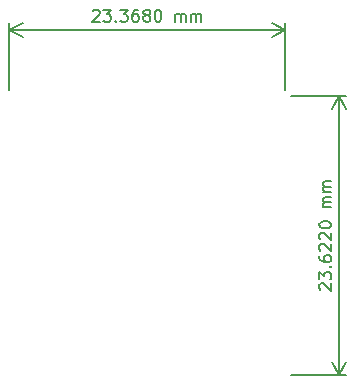
<source format=gbr>
%TF.GenerationSoftware,KiCad,Pcbnew,8.99.0-3258-g13625daeca*%
%TF.CreationDate,2025-03-11T23:12:25+01:00*%
%TF.ProjectId,anyesc,616e7965-7363-42e6-9b69-6361645f7063,V1.0*%
%TF.SameCoordinates,Original*%
%TF.FileFunction,Other,Comment*%
%FSLAX46Y46*%
G04 Gerber Fmt 4.6, Leading zero omitted, Abs format (unit mm)*
G04 Created by KiCad (PCBNEW 8.99.0-3258-g13625daeca) date 2025-03-11 23:12:25*
%MOMM*%
%LPD*%
G01*
G04 APERTURE LIST*
%ADD10C,0.150000*%
G04 APERTURE END LIST*
D10*
X125047953Y-92507058D02*
X125095572Y-92459439D01*
X125095572Y-92459439D02*
X125190810Y-92411820D01*
X125190810Y-92411820D02*
X125428905Y-92411820D01*
X125428905Y-92411820D02*
X125524143Y-92459439D01*
X125524143Y-92459439D02*
X125571762Y-92507058D01*
X125571762Y-92507058D02*
X125619381Y-92602296D01*
X125619381Y-92602296D02*
X125619381Y-92697534D01*
X125619381Y-92697534D02*
X125571762Y-92840391D01*
X125571762Y-92840391D02*
X125000334Y-93411820D01*
X125000334Y-93411820D02*
X125619381Y-93411820D01*
X125952715Y-92411820D02*
X126571762Y-92411820D01*
X126571762Y-92411820D02*
X126238429Y-92792772D01*
X126238429Y-92792772D02*
X126381286Y-92792772D01*
X126381286Y-92792772D02*
X126476524Y-92840391D01*
X126476524Y-92840391D02*
X126524143Y-92888010D01*
X126524143Y-92888010D02*
X126571762Y-92983248D01*
X126571762Y-92983248D02*
X126571762Y-93221343D01*
X126571762Y-93221343D02*
X126524143Y-93316581D01*
X126524143Y-93316581D02*
X126476524Y-93364201D01*
X126476524Y-93364201D02*
X126381286Y-93411820D01*
X126381286Y-93411820D02*
X126095572Y-93411820D01*
X126095572Y-93411820D02*
X126000334Y-93364201D01*
X126000334Y-93364201D02*
X125952715Y-93316581D01*
X127000334Y-93316581D02*
X127047953Y-93364201D01*
X127047953Y-93364201D02*
X127000334Y-93411820D01*
X127000334Y-93411820D02*
X126952715Y-93364201D01*
X126952715Y-93364201D02*
X127000334Y-93316581D01*
X127000334Y-93316581D02*
X127000334Y-93411820D01*
X127381286Y-92411820D02*
X128000333Y-92411820D01*
X128000333Y-92411820D02*
X127667000Y-92792772D01*
X127667000Y-92792772D02*
X127809857Y-92792772D01*
X127809857Y-92792772D02*
X127905095Y-92840391D01*
X127905095Y-92840391D02*
X127952714Y-92888010D01*
X127952714Y-92888010D02*
X128000333Y-92983248D01*
X128000333Y-92983248D02*
X128000333Y-93221343D01*
X128000333Y-93221343D02*
X127952714Y-93316581D01*
X127952714Y-93316581D02*
X127905095Y-93364201D01*
X127905095Y-93364201D02*
X127809857Y-93411820D01*
X127809857Y-93411820D02*
X127524143Y-93411820D01*
X127524143Y-93411820D02*
X127428905Y-93364201D01*
X127428905Y-93364201D02*
X127381286Y-93316581D01*
X128857476Y-92411820D02*
X128667000Y-92411820D01*
X128667000Y-92411820D02*
X128571762Y-92459439D01*
X128571762Y-92459439D02*
X128524143Y-92507058D01*
X128524143Y-92507058D02*
X128428905Y-92649915D01*
X128428905Y-92649915D02*
X128381286Y-92840391D01*
X128381286Y-92840391D02*
X128381286Y-93221343D01*
X128381286Y-93221343D02*
X128428905Y-93316581D01*
X128428905Y-93316581D02*
X128476524Y-93364201D01*
X128476524Y-93364201D02*
X128571762Y-93411820D01*
X128571762Y-93411820D02*
X128762238Y-93411820D01*
X128762238Y-93411820D02*
X128857476Y-93364201D01*
X128857476Y-93364201D02*
X128905095Y-93316581D01*
X128905095Y-93316581D02*
X128952714Y-93221343D01*
X128952714Y-93221343D02*
X128952714Y-92983248D01*
X128952714Y-92983248D02*
X128905095Y-92888010D01*
X128905095Y-92888010D02*
X128857476Y-92840391D01*
X128857476Y-92840391D02*
X128762238Y-92792772D01*
X128762238Y-92792772D02*
X128571762Y-92792772D01*
X128571762Y-92792772D02*
X128476524Y-92840391D01*
X128476524Y-92840391D02*
X128428905Y-92888010D01*
X128428905Y-92888010D02*
X128381286Y-92983248D01*
X129524143Y-92840391D02*
X129428905Y-92792772D01*
X129428905Y-92792772D02*
X129381286Y-92745153D01*
X129381286Y-92745153D02*
X129333667Y-92649915D01*
X129333667Y-92649915D02*
X129333667Y-92602296D01*
X129333667Y-92602296D02*
X129381286Y-92507058D01*
X129381286Y-92507058D02*
X129428905Y-92459439D01*
X129428905Y-92459439D02*
X129524143Y-92411820D01*
X129524143Y-92411820D02*
X129714619Y-92411820D01*
X129714619Y-92411820D02*
X129809857Y-92459439D01*
X129809857Y-92459439D02*
X129857476Y-92507058D01*
X129857476Y-92507058D02*
X129905095Y-92602296D01*
X129905095Y-92602296D02*
X129905095Y-92649915D01*
X129905095Y-92649915D02*
X129857476Y-92745153D01*
X129857476Y-92745153D02*
X129809857Y-92792772D01*
X129809857Y-92792772D02*
X129714619Y-92840391D01*
X129714619Y-92840391D02*
X129524143Y-92840391D01*
X129524143Y-92840391D02*
X129428905Y-92888010D01*
X129428905Y-92888010D02*
X129381286Y-92935629D01*
X129381286Y-92935629D02*
X129333667Y-93030867D01*
X129333667Y-93030867D02*
X129333667Y-93221343D01*
X129333667Y-93221343D02*
X129381286Y-93316581D01*
X129381286Y-93316581D02*
X129428905Y-93364201D01*
X129428905Y-93364201D02*
X129524143Y-93411820D01*
X129524143Y-93411820D02*
X129714619Y-93411820D01*
X129714619Y-93411820D02*
X129809857Y-93364201D01*
X129809857Y-93364201D02*
X129857476Y-93316581D01*
X129857476Y-93316581D02*
X129905095Y-93221343D01*
X129905095Y-93221343D02*
X129905095Y-93030867D01*
X129905095Y-93030867D02*
X129857476Y-92935629D01*
X129857476Y-92935629D02*
X129809857Y-92888010D01*
X129809857Y-92888010D02*
X129714619Y-92840391D01*
X130524143Y-92411820D02*
X130619381Y-92411820D01*
X130619381Y-92411820D02*
X130714619Y-92459439D01*
X130714619Y-92459439D02*
X130762238Y-92507058D01*
X130762238Y-92507058D02*
X130809857Y-92602296D01*
X130809857Y-92602296D02*
X130857476Y-92792772D01*
X130857476Y-92792772D02*
X130857476Y-93030867D01*
X130857476Y-93030867D02*
X130809857Y-93221343D01*
X130809857Y-93221343D02*
X130762238Y-93316581D01*
X130762238Y-93316581D02*
X130714619Y-93364201D01*
X130714619Y-93364201D02*
X130619381Y-93411820D01*
X130619381Y-93411820D02*
X130524143Y-93411820D01*
X130524143Y-93411820D02*
X130428905Y-93364201D01*
X130428905Y-93364201D02*
X130381286Y-93316581D01*
X130381286Y-93316581D02*
X130333667Y-93221343D01*
X130333667Y-93221343D02*
X130286048Y-93030867D01*
X130286048Y-93030867D02*
X130286048Y-92792772D01*
X130286048Y-92792772D02*
X130333667Y-92602296D01*
X130333667Y-92602296D02*
X130381286Y-92507058D01*
X130381286Y-92507058D02*
X130428905Y-92459439D01*
X130428905Y-92459439D02*
X130524143Y-92411820D01*
X132047953Y-93411820D02*
X132047953Y-92745153D01*
X132047953Y-92840391D02*
X132095572Y-92792772D01*
X132095572Y-92792772D02*
X132190810Y-92745153D01*
X132190810Y-92745153D02*
X132333667Y-92745153D01*
X132333667Y-92745153D02*
X132428905Y-92792772D01*
X132428905Y-92792772D02*
X132476524Y-92888010D01*
X132476524Y-92888010D02*
X132476524Y-93411820D01*
X132476524Y-92888010D02*
X132524143Y-92792772D01*
X132524143Y-92792772D02*
X132619381Y-92745153D01*
X132619381Y-92745153D02*
X132762238Y-92745153D01*
X132762238Y-92745153D02*
X132857477Y-92792772D01*
X132857477Y-92792772D02*
X132905096Y-92888010D01*
X132905096Y-92888010D02*
X132905096Y-93411820D01*
X133381286Y-93411820D02*
X133381286Y-92745153D01*
X133381286Y-92840391D02*
X133428905Y-92792772D01*
X133428905Y-92792772D02*
X133524143Y-92745153D01*
X133524143Y-92745153D02*
X133667000Y-92745153D01*
X133667000Y-92745153D02*
X133762238Y-92792772D01*
X133762238Y-92792772D02*
X133809857Y-92888010D01*
X133809857Y-92888010D02*
X133809857Y-93411820D01*
X133809857Y-92888010D02*
X133857476Y-92792772D01*
X133857476Y-92792772D02*
X133952714Y-92745153D01*
X133952714Y-92745153D02*
X134095571Y-92745153D01*
X134095571Y-92745153D02*
X134190810Y-92792772D01*
X134190810Y-92792772D02*
X134238429Y-92888010D01*
X134238429Y-92888010D02*
X134238429Y-93411820D01*
X141351000Y-99195000D02*
X141351000Y-93520581D01*
X117983000Y-99195000D02*
X117983000Y-93520581D01*
X141351000Y-94107001D02*
X117983000Y-94107001D01*
X141351000Y-94107001D02*
X117983000Y-94107001D01*
X141351000Y-94107001D02*
X140224496Y-94693422D01*
X141351000Y-94107001D02*
X140224496Y-93520580D01*
X117983000Y-94107001D02*
X119109504Y-93520580D01*
X117983000Y-94107001D02*
X119109504Y-94693422D01*
X141351000Y-94107001D02*
X117983000Y-94107001D01*
X141351000Y-94107001D02*
X117983000Y-94107001D01*
X141351000Y-94107001D02*
X140224496Y-94693422D01*
X141351000Y-94107001D02*
X140224496Y-93520580D01*
X117983000Y-94107001D02*
X119109504Y-93520580D01*
X117983000Y-94107001D02*
X119109504Y-94693422D01*
X144323057Y-116125046D02*
X144275438Y-116077427D01*
X144275438Y-116077427D02*
X144227819Y-115982189D01*
X144227819Y-115982189D02*
X144227819Y-115744094D01*
X144227819Y-115744094D02*
X144275438Y-115648856D01*
X144275438Y-115648856D02*
X144323057Y-115601237D01*
X144323057Y-115601237D02*
X144418295Y-115553618D01*
X144418295Y-115553618D02*
X144513533Y-115553618D01*
X144513533Y-115553618D02*
X144656390Y-115601237D01*
X144656390Y-115601237D02*
X145227819Y-116172665D01*
X145227819Y-116172665D02*
X145227819Y-115553618D01*
X144227819Y-115220284D02*
X144227819Y-114601237D01*
X144227819Y-114601237D02*
X144608771Y-114934570D01*
X144608771Y-114934570D02*
X144608771Y-114791713D01*
X144608771Y-114791713D02*
X144656390Y-114696475D01*
X144656390Y-114696475D02*
X144704009Y-114648856D01*
X144704009Y-114648856D02*
X144799247Y-114601237D01*
X144799247Y-114601237D02*
X145037342Y-114601237D01*
X145037342Y-114601237D02*
X145132580Y-114648856D01*
X145132580Y-114648856D02*
X145180200Y-114696475D01*
X145180200Y-114696475D02*
X145227819Y-114791713D01*
X145227819Y-114791713D02*
X145227819Y-115077427D01*
X145227819Y-115077427D02*
X145180200Y-115172665D01*
X145180200Y-115172665D02*
X145132580Y-115220284D01*
X145132580Y-114172665D02*
X145180200Y-114125046D01*
X145180200Y-114125046D02*
X145227819Y-114172665D01*
X145227819Y-114172665D02*
X145180200Y-114220284D01*
X145180200Y-114220284D02*
X145132580Y-114172665D01*
X145132580Y-114172665D02*
X145227819Y-114172665D01*
X144227819Y-113267904D02*
X144227819Y-113458380D01*
X144227819Y-113458380D02*
X144275438Y-113553618D01*
X144275438Y-113553618D02*
X144323057Y-113601237D01*
X144323057Y-113601237D02*
X144465914Y-113696475D01*
X144465914Y-113696475D02*
X144656390Y-113744094D01*
X144656390Y-113744094D02*
X145037342Y-113744094D01*
X145037342Y-113744094D02*
X145132580Y-113696475D01*
X145132580Y-113696475D02*
X145180200Y-113648856D01*
X145180200Y-113648856D02*
X145227819Y-113553618D01*
X145227819Y-113553618D02*
X145227819Y-113363142D01*
X145227819Y-113363142D02*
X145180200Y-113267904D01*
X145180200Y-113267904D02*
X145132580Y-113220285D01*
X145132580Y-113220285D02*
X145037342Y-113172666D01*
X145037342Y-113172666D02*
X144799247Y-113172666D01*
X144799247Y-113172666D02*
X144704009Y-113220285D01*
X144704009Y-113220285D02*
X144656390Y-113267904D01*
X144656390Y-113267904D02*
X144608771Y-113363142D01*
X144608771Y-113363142D02*
X144608771Y-113553618D01*
X144608771Y-113553618D02*
X144656390Y-113648856D01*
X144656390Y-113648856D02*
X144704009Y-113696475D01*
X144704009Y-113696475D02*
X144799247Y-113744094D01*
X144323057Y-112791713D02*
X144275438Y-112744094D01*
X144275438Y-112744094D02*
X144227819Y-112648856D01*
X144227819Y-112648856D02*
X144227819Y-112410761D01*
X144227819Y-112410761D02*
X144275438Y-112315523D01*
X144275438Y-112315523D02*
X144323057Y-112267904D01*
X144323057Y-112267904D02*
X144418295Y-112220285D01*
X144418295Y-112220285D02*
X144513533Y-112220285D01*
X144513533Y-112220285D02*
X144656390Y-112267904D01*
X144656390Y-112267904D02*
X145227819Y-112839332D01*
X145227819Y-112839332D02*
X145227819Y-112220285D01*
X144323057Y-111839332D02*
X144275438Y-111791713D01*
X144275438Y-111791713D02*
X144227819Y-111696475D01*
X144227819Y-111696475D02*
X144227819Y-111458380D01*
X144227819Y-111458380D02*
X144275438Y-111363142D01*
X144275438Y-111363142D02*
X144323057Y-111315523D01*
X144323057Y-111315523D02*
X144418295Y-111267904D01*
X144418295Y-111267904D02*
X144513533Y-111267904D01*
X144513533Y-111267904D02*
X144656390Y-111315523D01*
X144656390Y-111315523D02*
X145227819Y-111886951D01*
X145227819Y-111886951D02*
X145227819Y-111267904D01*
X144227819Y-110648856D02*
X144227819Y-110553618D01*
X144227819Y-110553618D02*
X144275438Y-110458380D01*
X144275438Y-110458380D02*
X144323057Y-110410761D01*
X144323057Y-110410761D02*
X144418295Y-110363142D01*
X144418295Y-110363142D02*
X144608771Y-110315523D01*
X144608771Y-110315523D02*
X144846866Y-110315523D01*
X144846866Y-110315523D02*
X145037342Y-110363142D01*
X145037342Y-110363142D02*
X145132580Y-110410761D01*
X145132580Y-110410761D02*
X145180200Y-110458380D01*
X145180200Y-110458380D02*
X145227819Y-110553618D01*
X145227819Y-110553618D02*
X145227819Y-110648856D01*
X145227819Y-110648856D02*
X145180200Y-110744094D01*
X145180200Y-110744094D02*
X145132580Y-110791713D01*
X145132580Y-110791713D02*
X145037342Y-110839332D01*
X145037342Y-110839332D02*
X144846866Y-110886951D01*
X144846866Y-110886951D02*
X144608771Y-110886951D01*
X144608771Y-110886951D02*
X144418295Y-110839332D01*
X144418295Y-110839332D02*
X144323057Y-110791713D01*
X144323057Y-110791713D02*
X144275438Y-110744094D01*
X144275438Y-110744094D02*
X144227819Y-110648856D01*
X145227819Y-109125046D02*
X144561152Y-109125046D01*
X144656390Y-109125046D02*
X144608771Y-109077427D01*
X144608771Y-109077427D02*
X144561152Y-108982189D01*
X144561152Y-108982189D02*
X144561152Y-108839332D01*
X144561152Y-108839332D02*
X144608771Y-108744094D01*
X144608771Y-108744094D02*
X144704009Y-108696475D01*
X144704009Y-108696475D02*
X145227819Y-108696475D01*
X144704009Y-108696475D02*
X144608771Y-108648856D01*
X144608771Y-108648856D02*
X144561152Y-108553618D01*
X144561152Y-108553618D02*
X144561152Y-108410761D01*
X144561152Y-108410761D02*
X144608771Y-108315522D01*
X144608771Y-108315522D02*
X144704009Y-108267903D01*
X144704009Y-108267903D02*
X145227819Y-108267903D01*
X145227819Y-107791713D02*
X144561152Y-107791713D01*
X144656390Y-107791713D02*
X144608771Y-107744094D01*
X144608771Y-107744094D02*
X144561152Y-107648856D01*
X144561152Y-107648856D02*
X144561152Y-107505999D01*
X144561152Y-107505999D02*
X144608771Y-107410761D01*
X144608771Y-107410761D02*
X144704009Y-107363142D01*
X144704009Y-107363142D02*
X145227819Y-107363142D01*
X144704009Y-107363142D02*
X144608771Y-107315523D01*
X144608771Y-107315523D02*
X144561152Y-107220285D01*
X144561152Y-107220285D02*
X144561152Y-107077428D01*
X144561152Y-107077428D02*
X144608771Y-106982189D01*
X144608771Y-106982189D02*
X144704009Y-106934570D01*
X144704009Y-106934570D02*
X145227819Y-106934570D01*
X141851000Y-99695000D02*
X146509420Y-99695000D01*
X141851000Y-123317000D02*
X146509420Y-123317000D01*
X145923000Y-99695000D02*
X145923000Y-123317000D01*
X145923000Y-99695000D02*
X145923000Y-123317000D01*
X145923000Y-99695000D02*
X146509421Y-100821504D01*
X145923000Y-99695000D02*
X145336579Y-100821504D01*
X145923000Y-123317000D02*
X145336579Y-122190496D01*
X145923000Y-123317000D02*
X146509421Y-122190496D01*
X145923000Y-99695000D02*
X145923000Y-123317000D01*
X145923000Y-99695000D02*
X145923000Y-123317000D01*
X145923000Y-99695000D02*
X146509421Y-100821504D01*
X145923000Y-99695000D02*
X145336579Y-100821504D01*
X145923000Y-123317000D02*
X145336579Y-122190496D01*
X145923000Y-123317000D02*
X146509421Y-122190496D01*
M02*

</source>
